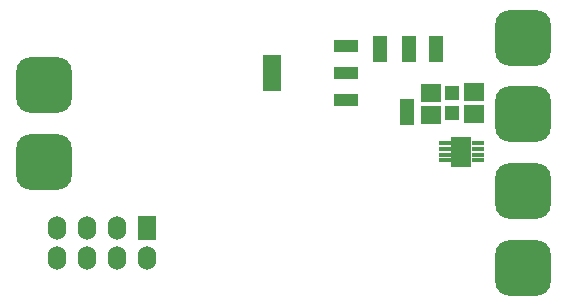
<source format=gbs>
G04*
G04 #@! TF.GenerationSoftware,Altium Limited,CircuitStudio,1.5.1 (1.5.1.13)*
G04*
G04 Layer_Color=8150272*
%FSLAX25Y25*%
%MOIN*%
G70*
G01*
G75*
%ADD24O,0.06000X0.08000*%
%ADD25R,0.06000X0.08000*%
%ADD28R,0.06000X0.12000*%
%ADD29R,0.08000X0.04000*%
G04:AMPARAMS|DCode=37|XSize=185.17mil|YSize=185.17mil|CornerRadius=48.29mil|HoleSize=0mil|Usage=FLASHONLY|Rotation=0.000|XOffset=0mil|YOffset=0mil|HoleType=Round|Shape=RoundedRectangle|*
%AMROUNDEDRECTD37*
21,1,0.18517,0.08858,0,0,0.0*
21,1,0.08858,0.18517,0,0,0.0*
1,1,0.09658,0.04429,-0.04429*
1,1,0.09658,-0.04429,-0.04429*
1,1,0.09658,-0.04429,0.04429*
1,1,0.09658,0.04429,0.04429*
%
%ADD37ROUNDEDRECTD37*%
%ADD38R,0.04737X0.05131*%
%ADD43R,0.06706X0.05918*%
%ADD48R,0.04737X0.08674*%
%ADD49R,0.03969X0.01781*%
%ADD50R,0.07099X0.10406*%
D24*
X235000Y252972D02*
D03*
Y262972D02*
D03*
X245000Y252972D02*
D03*
Y262972D02*
D03*
X255000Y252972D02*
D03*
Y262972D02*
D03*
X265000Y252972D02*
D03*
D25*
Y262972D02*
D03*
D28*
X306496Y314567D02*
D03*
D29*
X331299Y305512D02*
D03*
Y314567D02*
D03*
Y323622D02*
D03*
D37*
X230709Y285138D02*
D03*
Y310728D02*
D03*
X390158Y326476D02*
D03*
Y300886D02*
D03*
Y275295D02*
D03*
Y249705D02*
D03*
D38*
X366535Y308071D02*
D03*
Y301378D02*
D03*
D43*
X374016Y300984D02*
D03*
Y308465D02*
D03*
X359449Y300591D02*
D03*
Y308071D02*
D03*
D48*
X352362Y322835D02*
D03*
X342520D02*
D03*
X361417D02*
D03*
X351575Y301575D02*
D03*
D49*
X375193Y285528D02*
D03*
Y287496D02*
D03*
Y289465D02*
D03*
X364150Y285528D02*
D03*
Y287496D02*
D03*
Y289465D02*
D03*
Y291433D02*
D03*
X375193D02*
D03*
D50*
X369672Y288480D02*
D03*
M02*

</source>
